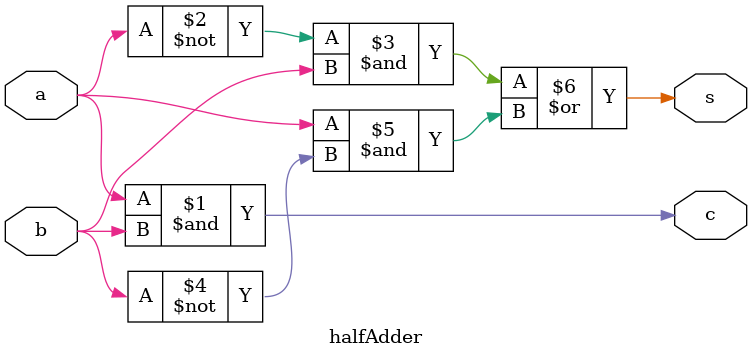
<source format=sv>
`timescale 1ns / 1ps

module halfAdder(input logic a,b, output logic c,s

    );
    assign c= a&b;
    assign s= ~a&b|a&~b;
endmodule
</source>
